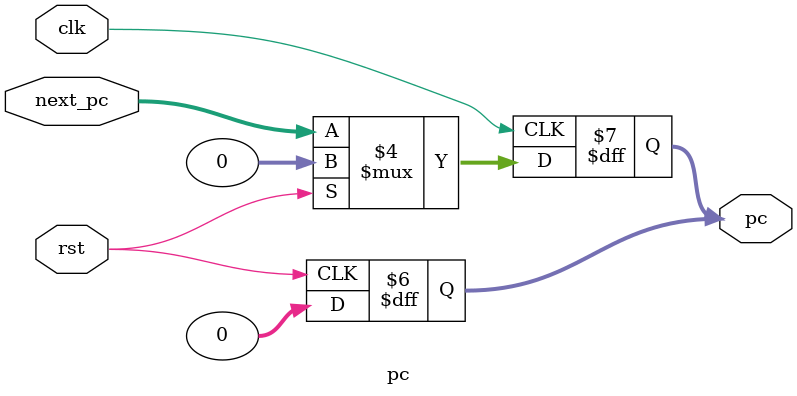
<source format=v>
module pc(
    input rst, clk,
    input [31: 0] next_pc,

    output reg [31: 0] pc
);

always @(posedge clk) begin
    if(rst) pc = 32'h0;
    else pc <= next_pc;
end

always @(posedge rst) begin
    pc = 0;
end

endmodule
</source>
